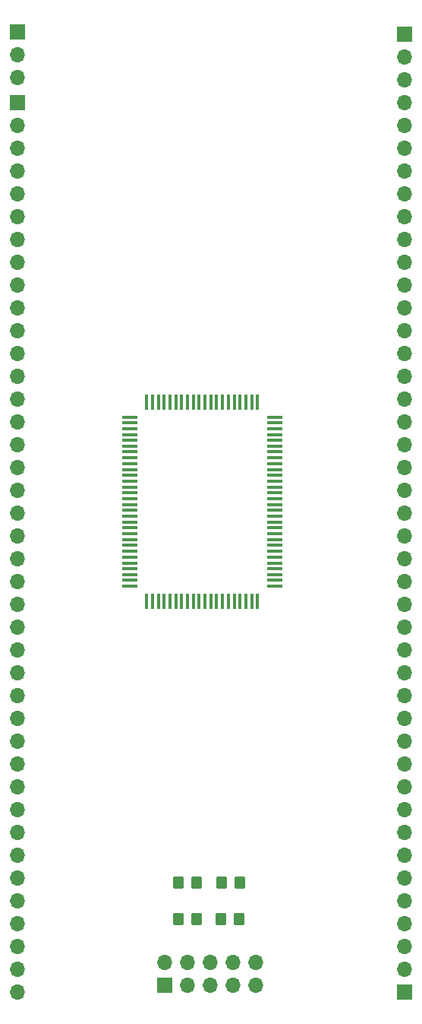
<source format=gbr>
%TF.GenerationSoftware,KiCad,Pcbnew,(6.0.0-0)*%
%TF.CreationDate,2023-01-15T17:49:44+00:00*%
%TF.ProjectId,altera-7128-adaptor,616c7465-7261-42d3-9731-32382d616461,rev?*%
%TF.SameCoordinates,Original*%
%TF.FileFunction,Soldermask,Top*%
%TF.FilePolarity,Negative*%
%FSLAX46Y46*%
G04 Gerber Fmt 4.6, Leading zero omitted, Abs format (unit mm)*
G04 Created by KiCad (PCBNEW (6.0.0-0)) date 2023-01-15 17:49:44*
%MOMM*%
%LPD*%
G01*
G04 APERTURE LIST*
G04 Aperture macros list*
%AMRoundRect*
0 Rectangle with rounded corners*
0 $1 Rounding radius*
0 $2 $3 $4 $5 $6 $7 $8 $9 X,Y pos of 4 corners*
0 Add a 4 corners polygon primitive as box body*
4,1,4,$2,$3,$4,$5,$6,$7,$8,$9,$2,$3,0*
0 Add four circle primitives for the rounded corners*
1,1,$1+$1,$2,$3*
1,1,$1+$1,$4,$5*
1,1,$1+$1,$6,$7*
1,1,$1+$1,$8,$9*
0 Add four rect primitives between the rounded corners*
20,1,$1+$1,$2,$3,$4,$5,0*
20,1,$1+$1,$4,$5,$6,$7,0*
20,1,$1+$1,$6,$7,$8,$9,0*
20,1,$1+$1,$8,$9,$2,$3,0*%
G04 Aperture macros list end*
%ADD10R,1.752600X0.457200*%
%ADD11R,0.457200X1.752600*%
%ADD12RoundRect,0.250000X-0.350000X-0.450000X0.350000X-0.450000X0.350000X0.450000X-0.350000X0.450000X0*%
%ADD13R,1.700000X1.700000*%
%ADD14O,1.700000X1.700000*%
G04 APERTURE END LIST*
D10*
%TO.C,U1*%
X114096800Y-69316600D03*
X114096800Y-69977000D03*
X114096800Y-70612000D03*
X114096800Y-71272400D03*
X114096800Y-71907400D03*
X114096800Y-72567800D03*
X114096800Y-73202800D03*
X114096800Y-73863200D03*
X114096800Y-74523600D03*
X114096800Y-75158600D03*
X114096800Y-75819000D03*
X114096800Y-76454000D03*
X114096800Y-77114400D03*
X114096800Y-77774800D03*
X114096800Y-78409800D03*
X114096800Y-79070200D03*
X114096800Y-79705200D03*
X114096800Y-80365600D03*
X114096800Y-81026000D03*
X114096800Y-81661000D03*
X114096800Y-82321400D03*
X114096800Y-82956400D03*
X114096800Y-83616800D03*
X114096800Y-84277200D03*
X114096800Y-84912200D03*
X114096800Y-85572600D03*
X114096800Y-86207600D03*
X114096800Y-86868000D03*
X114096800Y-87503000D03*
X114096800Y-88163400D03*
D11*
X116001800Y-89814400D03*
X116636800Y-89814400D03*
X117297200Y-89814400D03*
X117957600Y-89814400D03*
X118592600Y-89814400D03*
X119253000Y-89814400D03*
X119888000Y-89814400D03*
X120548400Y-89814400D03*
X121208800Y-89814400D03*
X121843800Y-89814400D03*
X122504200Y-89814400D03*
X123139200Y-89814400D03*
X123799600Y-89814400D03*
X124460000Y-89814400D03*
X125095000Y-89814400D03*
X125755400Y-89814400D03*
X126390400Y-89814400D03*
X127050800Y-89814400D03*
X127711200Y-89814400D03*
X128346200Y-89814400D03*
D10*
X130251200Y-88163400D03*
X130251200Y-87503000D03*
X130251200Y-86868000D03*
X130251200Y-86207600D03*
X130251200Y-85572600D03*
X130251200Y-84912200D03*
X130251200Y-84277200D03*
X130251200Y-83616800D03*
X130251200Y-82956400D03*
X130251200Y-82321400D03*
X130251200Y-81661000D03*
X130251200Y-81026000D03*
X130251200Y-80365600D03*
X130251200Y-79705200D03*
X130251200Y-79070200D03*
X130251200Y-78409800D03*
X130251200Y-77774800D03*
X130251200Y-77114400D03*
X130251200Y-76454000D03*
X130251200Y-75819000D03*
X130251200Y-75158600D03*
X130251200Y-74523600D03*
X130251200Y-73863200D03*
X130251200Y-73202800D03*
X130251200Y-72567800D03*
X130251200Y-71907400D03*
X130251200Y-71272400D03*
X130251200Y-70612000D03*
X130251200Y-69977000D03*
X130251200Y-69316600D03*
D11*
X128346200Y-67665600D03*
X127711200Y-67665600D03*
X127050800Y-67665600D03*
X126390400Y-67665600D03*
X125755400Y-67665600D03*
X125095000Y-67665600D03*
X124460000Y-67665600D03*
X123799600Y-67665600D03*
X123139200Y-67665600D03*
X122504200Y-67665600D03*
X121843800Y-67665600D03*
X121208800Y-67665600D03*
X120548400Y-67665600D03*
X119888000Y-67665600D03*
X119253000Y-67665600D03*
X118592600Y-67665600D03*
X117957600Y-67665600D03*
X117297200Y-67665600D03*
X116636800Y-67665600D03*
X116001800Y-67665600D03*
%TD*%
D12*
%TO.C,R2*%
X124299511Y-125195489D03*
X126299511Y-125195489D03*
%TD*%
%TO.C,R1*%
X124375511Y-121131489D03*
X126375511Y-121131489D03*
%TD*%
%TO.C,R3*%
X119549511Y-121131489D03*
X121549511Y-121131489D03*
%TD*%
D13*
%TO.C,J2*%
X118014511Y-132566489D03*
D14*
X118014511Y-130026489D03*
X120554511Y-132566489D03*
X120554511Y-130026489D03*
X123094511Y-132566489D03*
X123094511Y-130026489D03*
X125634511Y-132566489D03*
X125634511Y-130026489D03*
X128174511Y-132566489D03*
X128174511Y-130026489D03*
%TD*%
D12*
%TO.C,R4*%
X119565511Y-125195489D03*
X121565511Y-125195489D03*
%TD*%
D13*
%TO.C,J5*%
X101600000Y-26431000D03*
D14*
X101600000Y-28971000D03*
X101600000Y-31511000D03*
%TD*%
D13*
%TO.C,J4*%
X144780000Y-26685000D03*
D14*
X144780000Y-29225000D03*
X144780000Y-31765000D03*
%TD*%
D13*
%TO.C,J3*%
X101600000Y-34290000D03*
D14*
X101600000Y-36830000D03*
X101600000Y-39370000D03*
X101600000Y-41910000D03*
X101600000Y-44450000D03*
X101600000Y-46990000D03*
X101600000Y-49530000D03*
X101600000Y-52070000D03*
X101600000Y-54610000D03*
X101600000Y-57150000D03*
X101600000Y-59690000D03*
X101600000Y-62230000D03*
X101600000Y-64770000D03*
X101600000Y-67310000D03*
X101600000Y-69850000D03*
X101600000Y-72390000D03*
X101600000Y-74930000D03*
X101600000Y-77470000D03*
X101600000Y-80010000D03*
X101600000Y-82550000D03*
X101600000Y-85090000D03*
X101600000Y-87630000D03*
X101600000Y-90170000D03*
X101600000Y-92710000D03*
X101600000Y-95250000D03*
X101600000Y-97790000D03*
X101600000Y-100330000D03*
X101600000Y-102870000D03*
X101600000Y-105410000D03*
X101600000Y-107950000D03*
X101600000Y-110490000D03*
X101600000Y-113030000D03*
X101600000Y-115570000D03*
X101600000Y-118110000D03*
X101600000Y-120650000D03*
X101600000Y-123190000D03*
X101600000Y-125730000D03*
X101600000Y-128270000D03*
X101600000Y-130810000D03*
X101600000Y-133350000D03*
%TD*%
D13*
%TO.C,J1*%
X144780000Y-133350000D03*
D14*
X144780000Y-130810000D03*
X144780000Y-128270000D03*
X144780000Y-125730000D03*
X144780000Y-123190000D03*
X144780000Y-120650000D03*
X144780000Y-118110000D03*
X144780000Y-115570000D03*
X144780000Y-113030000D03*
X144780000Y-110490000D03*
X144780000Y-107950000D03*
X144780000Y-105410000D03*
X144780000Y-102870000D03*
X144780000Y-100330000D03*
X144780000Y-97790000D03*
X144780000Y-95250000D03*
X144780000Y-92710000D03*
X144780000Y-90170000D03*
X144780000Y-87630000D03*
X144780000Y-85090000D03*
X144780000Y-82550000D03*
X144780000Y-80010000D03*
X144780000Y-77470000D03*
X144780000Y-74930000D03*
X144780000Y-72390000D03*
X144780000Y-69850000D03*
X144780000Y-67310000D03*
X144780000Y-64770000D03*
X144780000Y-62230000D03*
X144780000Y-59690000D03*
X144780000Y-57150000D03*
X144780000Y-54610000D03*
X144780000Y-52070000D03*
X144780000Y-49530000D03*
X144780000Y-46990000D03*
X144780000Y-44450000D03*
X144780000Y-41910000D03*
X144780000Y-39370000D03*
X144780000Y-36830000D03*
X144780000Y-34290000D03*
%TD*%
M02*

</source>
